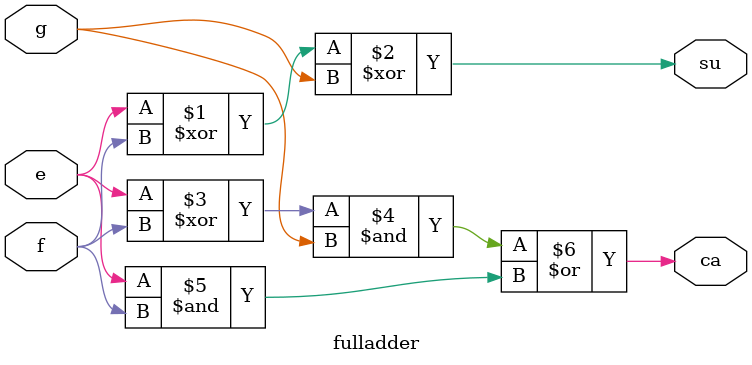
<source format=v>
`timescale 1ns / 1ps


module mul3(a,b,p);
input [2:0] a ;
input [2:0] b ;
output [3:0] p;
wire pp1,pp2,pp3,pp4,pp5,pp6,pp7,pp8,c0,pa1,pca1,c1,c2;
assign p[0]=a[0]&b[0];
assign pp1=a[1]&b[0];
assign pp2=a[2]&b[0];
assign pp3=a[0]&b[1];
assign pp4=a[1]&b[1];
assign pp5=a[2]&b[1];
assign pp6=a[0]&b[2];
assign pp7=a[1]&b[2];
assign pp8=a[2]&b[2];

halfadder h1(pp1,pp3,p[1],c0);
fulladder f1(pp2,pp4,c0,pa1,pca1);
fulladder f2(pp6,pa1,pca1,p[2],c1);
fulladder f3(pp5,pp7,c1,p[3],c2);
halfadder h2(pp8,c2,p[4],p[5]);

endmodule

module halfadder(x,y,s,c);
input x,y;
output s,c;
assign s=x^y;
assign c=x&y;
endmodule

module fulladder(e,f,g,su,ca);
input e,f,g;
output su,ca;
assign su=e^f^g;
assign ca=((e^f)&g)|(e&f);
endmodule
</source>
